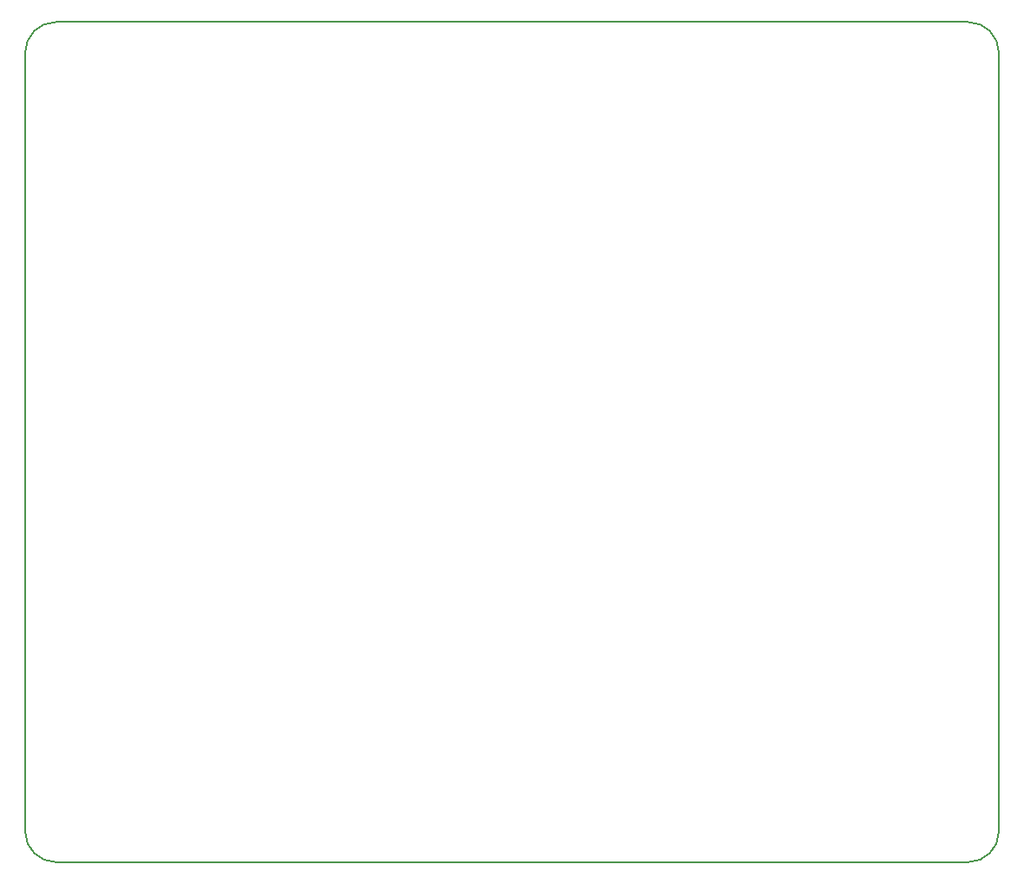
<source format=gbr>
G04 #@! TF.FileFunction,Profile,NP*
%FSLAX46Y46*%
G04 Gerber Fmt 4.6, Leading zero omitted, Abs format (unit mm)*
G04 Created by KiCad (PCBNEW (2016-10-09 revision 6d27087)-master) date 2016 November 17, Thursday 15:53:54*
%MOMM*%
%LPD*%
G01*
G04 APERTURE LIST*
%ADD10C,0.100000*%
%ADD11C,0.150000*%
G04 APERTURE END LIST*
D10*
D11*
X187000000Y-130000000D02*
G75*
G03X190000000Y-127000000I0J3000000D01*
G01*
X190000000Y-51000000D02*
G75*
G03X187000000Y-48000000I-3000000J0D01*
G01*
X98000000Y-48000000D02*
G75*
G03X95000000Y-51000000I0J-3000000D01*
G01*
X95000000Y-127000000D02*
G75*
G03X98000000Y-130000000I3000000J0D01*
G01*
X98000000Y-48000000D02*
X187000000Y-48000000D01*
X190000000Y-127000000D02*
X190000000Y-51000000D01*
X95000000Y-127000000D02*
X95000000Y-51000000D01*
X98000000Y-130000000D02*
X187000000Y-130000000D01*
M02*

</source>
